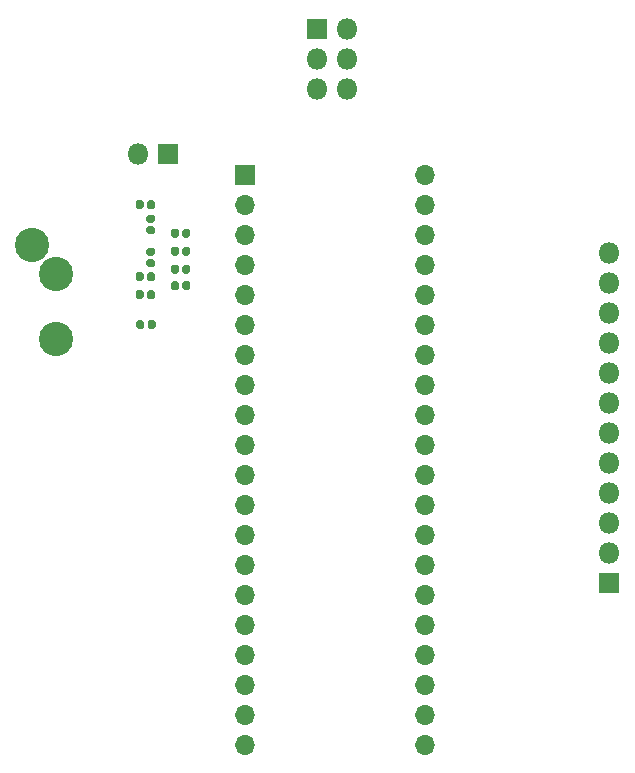
<source format=gbr>
%TF.GenerationSoftware,KiCad,Pcbnew,(5.1.6)-1*%
%TF.CreationDate,2020-09-22T21:50:49+03:00*%
%TF.ProjectId,AY devboard,41592064-6576-4626-9f61-72642e6b6963,rev?*%
%TF.SameCoordinates,Original*%
%TF.FileFunction,Soldermask,Top*%
%TF.FilePolarity,Negative*%
%FSLAX46Y46*%
G04 Gerber Fmt 4.6, Leading zero omitted, Abs format (unit mm)*
G04 Created by KiCad (PCBNEW (5.1.6)-1) date 2020-09-22 21:50:49*
%MOMM*%
%LPD*%
G01*
G04 APERTURE LIST*
%ADD10O,1.700000X1.700000*%
%ADD11R,1.700000X1.700000*%
%ADD12O,1.800000X1.800000*%
%ADD13R,1.800000X1.800000*%
%ADD14C,2.900000*%
G04 APERTURE END LIST*
D10*
%TO.C,U2*%
X126104000Y-65520000D03*
X110864000Y-113780000D03*
X126104000Y-68060000D03*
X110864000Y-111240000D03*
X126104000Y-70600000D03*
X110864000Y-108700000D03*
X126104000Y-73140000D03*
X110864000Y-106160000D03*
X126104000Y-75680000D03*
X110864000Y-103620000D03*
X126104000Y-78220000D03*
X110864000Y-101080000D03*
X126104000Y-80760000D03*
X110864000Y-98540000D03*
X126104000Y-83300000D03*
X110864000Y-96000000D03*
X126104000Y-85840000D03*
X110864000Y-93460000D03*
X126104000Y-88380000D03*
X110864000Y-90920000D03*
X126104000Y-90920000D03*
X110864000Y-88380000D03*
X126104000Y-93460000D03*
X110864000Y-85840000D03*
X126104000Y-96000000D03*
X110864000Y-83300000D03*
X126104000Y-98540000D03*
X110864000Y-80760000D03*
X126104000Y-101080000D03*
X110864000Y-78220000D03*
X126104000Y-103620000D03*
X110864000Y-75680000D03*
X126104000Y-106160000D03*
X110864000Y-73140000D03*
X126104000Y-108700000D03*
X110864000Y-70600000D03*
X126104000Y-111240000D03*
X110864000Y-68060000D03*
X126104000Y-113780000D03*
D11*
X110864000Y-65520000D03*
%TD*%
%TO.C,R23*%
G36*
G01*
X103099500Y-72400000D02*
X102704500Y-72400000D01*
G75*
G02*
X102532000Y-72227500I0J172500D01*
G01*
X102532000Y-71882500D01*
G75*
G02*
X102704500Y-71710000I172500J0D01*
G01*
X103099500Y-71710000D01*
G75*
G02*
X103272000Y-71882500I0J-172500D01*
G01*
X103272000Y-72227500D01*
G75*
G02*
X103099500Y-72400000I-172500J0D01*
G01*
G37*
G36*
G01*
X103099500Y-73370000D02*
X102704500Y-73370000D01*
G75*
G02*
X102532000Y-73197500I0J172500D01*
G01*
X102532000Y-72852500D01*
G75*
G02*
X102704500Y-72680000I172500J0D01*
G01*
X103099500Y-72680000D01*
G75*
G02*
X103272000Y-72852500I0J-172500D01*
G01*
X103272000Y-73197500D01*
G75*
G02*
X103099500Y-73370000I-172500J0D01*
G01*
G37*
%TD*%
%TO.C,R22*%
G36*
G01*
X105573000Y-75127500D02*
X105573000Y-74732500D01*
G75*
G02*
X105745500Y-74560000I172500J0D01*
G01*
X106090500Y-74560000D01*
G75*
G02*
X106263000Y-74732500I0J-172500D01*
G01*
X106263000Y-75127500D01*
G75*
G02*
X106090500Y-75300000I-172500J0D01*
G01*
X105745500Y-75300000D01*
G75*
G02*
X105573000Y-75127500I0J172500D01*
G01*
G37*
G36*
G01*
X104603000Y-75127500D02*
X104603000Y-74732500D01*
G75*
G02*
X104775500Y-74560000I172500J0D01*
G01*
X105120500Y-74560000D01*
G75*
G02*
X105293000Y-74732500I0J-172500D01*
G01*
X105293000Y-75127500D01*
G75*
G02*
X105120500Y-75300000I-172500J0D01*
G01*
X104775500Y-75300000D01*
G75*
G02*
X104603000Y-75127500I0J172500D01*
G01*
G37*
%TD*%
%TO.C,R21*%
G36*
G01*
X105573000Y-73730500D02*
X105573000Y-73335500D01*
G75*
G02*
X105745500Y-73163000I172500J0D01*
G01*
X106090500Y-73163000D01*
G75*
G02*
X106263000Y-73335500I0J-172500D01*
G01*
X106263000Y-73730500D01*
G75*
G02*
X106090500Y-73903000I-172500J0D01*
G01*
X105745500Y-73903000D01*
G75*
G02*
X105573000Y-73730500I0J172500D01*
G01*
G37*
G36*
G01*
X104603000Y-73730500D02*
X104603000Y-73335500D01*
G75*
G02*
X104775500Y-73163000I172500J0D01*
G01*
X105120500Y-73163000D01*
G75*
G02*
X105293000Y-73335500I0J-172500D01*
G01*
X105293000Y-73730500D01*
G75*
G02*
X105120500Y-73903000I-172500J0D01*
G01*
X104775500Y-73903000D01*
G75*
G02*
X104603000Y-73730500I0J172500D01*
G01*
G37*
%TD*%
%TO.C,R20*%
G36*
G01*
X105573000Y-72206500D02*
X105573000Y-71811500D01*
G75*
G02*
X105745500Y-71639000I172500J0D01*
G01*
X106090500Y-71639000D01*
G75*
G02*
X106263000Y-71811500I0J-172500D01*
G01*
X106263000Y-72206500D01*
G75*
G02*
X106090500Y-72379000I-172500J0D01*
G01*
X105745500Y-72379000D01*
G75*
G02*
X105573000Y-72206500I0J172500D01*
G01*
G37*
G36*
G01*
X104603000Y-72206500D02*
X104603000Y-71811500D01*
G75*
G02*
X104775500Y-71639000I172500J0D01*
G01*
X105120500Y-71639000D01*
G75*
G02*
X105293000Y-71811500I0J-172500D01*
G01*
X105293000Y-72206500D01*
G75*
G02*
X105120500Y-72379000I-172500J0D01*
G01*
X104775500Y-72379000D01*
G75*
G02*
X104603000Y-72206500I0J172500D01*
G01*
G37*
%TD*%
%TO.C,R19*%
G36*
G01*
X105573000Y-70682500D02*
X105573000Y-70287500D01*
G75*
G02*
X105745500Y-70115000I172500J0D01*
G01*
X106090500Y-70115000D01*
G75*
G02*
X106263000Y-70287500I0J-172500D01*
G01*
X106263000Y-70682500D01*
G75*
G02*
X106090500Y-70855000I-172500J0D01*
G01*
X105745500Y-70855000D01*
G75*
G02*
X105573000Y-70682500I0J172500D01*
G01*
G37*
G36*
G01*
X104603000Y-70682500D02*
X104603000Y-70287500D01*
G75*
G02*
X104775500Y-70115000I172500J0D01*
G01*
X105120500Y-70115000D01*
G75*
G02*
X105293000Y-70287500I0J-172500D01*
G01*
X105293000Y-70682500D01*
G75*
G02*
X105120500Y-70855000I-172500J0D01*
G01*
X104775500Y-70855000D01*
G75*
G02*
X104603000Y-70682500I0J172500D01*
G01*
G37*
%TD*%
%TO.C,R18*%
G36*
G01*
X103099500Y-69606000D02*
X102704500Y-69606000D01*
G75*
G02*
X102532000Y-69433500I0J172500D01*
G01*
X102532000Y-69088500D01*
G75*
G02*
X102704500Y-68916000I172500J0D01*
G01*
X103099500Y-68916000D01*
G75*
G02*
X103272000Y-69088500I0J-172500D01*
G01*
X103272000Y-69433500D01*
G75*
G02*
X103099500Y-69606000I-172500J0D01*
G01*
G37*
G36*
G01*
X103099500Y-70576000D02*
X102704500Y-70576000D01*
G75*
G02*
X102532000Y-70403500I0J172500D01*
G01*
X102532000Y-70058500D01*
G75*
G02*
X102704500Y-69886000I172500J0D01*
G01*
X103099500Y-69886000D01*
G75*
G02*
X103272000Y-70058500I0J-172500D01*
G01*
X103272000Y-70403500D01*
G75*
G02*
X103099500Y-70576000I-172500J0D01*
G01*
G37*
%TD*%
%TO.C,R17*%
G36*
G01*
X102582000Y-68269500D02*
X102582000Y-67874500D01*
G75*
G02*
X102754500Y-67702000I172500J0D01*
G01*
X103099500Y-67702000D01*
G75*
G02*
X103272000Y-67874500I0J-172500D01*
G01*
X103272000Y-68269500D01*
G75*
G02*
X103099500Y-68442000I-172500J0D01*
G01*
X102754500Y-68442000D01*
G75*
G02*
X102582000Y-68269500I0J172500D01*
G01*
G37*
G36*
G01*
X101612000Y-68269500D02*
X101612000Y-67874500D01*
G75*
G02*
X101784500Y-67702000I172500J0D01*
G01*
X102129500Y-67702000D01*
G75*
G02*
X102302000Y-67874500I0J-172500D01*
G01*
X102302000Y-68269500D01*
G75*
G02*
X102129500Y-68442000I-172500J0D01*
G01*
X101784500Y-68442000D01*
G75*
G02*
X101612000Y-68269500I0J172500D01*
G01*
G37*
%TD*%
%TO.C,R16*%
G36*
G01*
X102582000Y-74365500D02*
X102582000Y-73970500D01*
G75*
G02*
X102754500Y-73798000I172500J0D01*
G01*
X103099500Y-73798000D01*
G75*
G02*
X103272000Y-73970500I0J-172500D01*
G01*
X103272000Y-74365500D01*
G75*
G02*
X103099500Y-74538000I-172500J0D01*
G01*
X102754500Y-74538000D01*
G75*
G02*
X102582000Y-74365500I0J172500D01*
G01*
G37*
G36*
G01*
X101612000Y-74365500D02*
X101612000Y-73970500D01*
G75*
G02*
X101784500Y-73798000I172500J0D01*
G01*
X102129500Y-73798000D01*
G75*
G02*
X102302000Y-73970500I0J-172500D01*
G01*
X102302000Y-74365500D01*
G75*
G02*
X102129500Y-74538000I-172500J0D01*
G01*
X101784500Y-74538000D01*
G75*
G02*
X101612000Y-74365500I0J172500D01*
G01*
G37*
%TD*%
D12*
%TO.C,J4*%
X141732000Y-72136000D03*
X141732000Y-74676000D03*
X141732000Y-77216000D03*
X141732000Y-79756000D03*
X141732000Y-82296000D03*
X141732000Y-84836000D03*
X141732000Y-87376000D03*
X141732000Y-89916000D03*
X141732000Y-92456000D03*
X141732000Y-94996000D03*
X141732000Y-97536000D03*
D13*
X141732000Y-100076000D03*
%TD*%
D14*
%TO.C,J3*%
X94869000Y-79414000D03*
X94869000Y-73914000D03*
X92869000Y-71514000D03*
%TD*%
D12*
%TO.C,J2*%
X101854000Y-63754000D03*
D13*
X104394000Y-63754000D03*
%TD*%
D12*
%TO.C,J1*%
X119507000Y-58293000D03*
X116967000Y-58293000D03*
X119507000Y-55753000D03*
X116967000Y-55753000D03*
X119507000Y-53213000D03*
D13*
X116967000Y-53213000D03*
%TD*%
%TO.C,C58*%
G36*
G01*
X102582000Y-75889500D02*
X102582000Y-75494500D01*
G75*
G02*
X102754500Y-75322000I172500J0D01*
G01*
X103099500Y-75322000D01*
G75*
G02*
X103272000Y-75494500I0J-172500D01*
G01*
X103272000Y-75889500D01*
G75*
G02*
X103099500Y-76062000I-172500J0D01*
G01*
X102754500Y-76062000D01*
G75*
G02*
X102582000Y-75889500I0J172500D01*
G01*
G37*
G36*
G01*
X101612000Y-75889500D02*
X101612000Y-75494500D01*
G75*
G02*
X101784500Y-75322000I172500J0D01*
G01*
X102129500Y-75322000D01*
G75*
G02*
X102302000Y-75494500I0J-172500D01*
G01*
X102302000Y-75889500D01*
G75*
G02*
X102129500Y-76062000I-172500J0D01*
G01*
X101784500Y-76062000D01*
G75*
G02*
X101612000Y-75889500I0J172500D01*
G01*
G37*
%TD*%
%TO.C,C57*%
G36*
G01*
X102629000Y-78429500D02*
X102629000Y-78034500D01*
G75*
G02*
X102801500Y-77862000I172500J0D01*
G01*
X103146500Y-77862000D01*
G75*
G02*
X103319000Y-78034500I0J-172500D01*
G01*
X103319000Y-78429500D01*
G75*
G02*
X103146500Y-78602000I-172500J0D01*
G01*
X102801500Y-78602000D01*
G75*
G02*
X102629000Y-78429500I0J172500D01*
G01*
G37*
G36*
G01*
X101659000Y-78429500D02*
X101659000Y-78034500D01*
G75*
G02*
X101831500Y-77862000I172500J0D01*
G01*
X102176500Y-77862000D01*
G75*
G02*
X102349000Y-78034500I0J-172500D01*
G01*
X102349000Y-78429500D01*
G75*
G02*
X102176500Y-78602000I-172500J0D01*
G01*
X101831500Y-78602000D01*
G75*
G02*
X101659000Y-78429500I0J172500D01*
G01*
G37*
%TD*%
M02*

</source>
